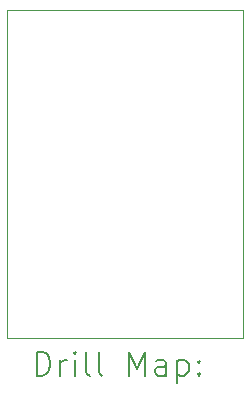
<source format=gbr>
%TF.GenerationSoftware,KiCad,Pcbnew,7.0.9*%
%TF.CreationDate,2023-12-12T21:56:47+01:00*%
%TF.ProjectId,Leveller,4c657665-6c6c-4657-922e-6b696361645f,rev?*%
%TF.SameCoordinates,Original*%
%TF.FileFunction,Drillmap*%
%TF.FilePolarity,Positive*%
%FSLAX45Y45*%
G04 Gerber Fmt 4.5, Leading zero omitted, Abs format (unit mm)*
G04 Created by KiCad (PCBNEW 7.0.9) date 2023-12-12 21:56:47*
%MOMM*%
%LPD*%
G01*
G04 APERTURE LIST*
%ADD10C,0.100000*%
%ADD11C,0.200000*%
G04 APERTURE END LIST*
D10*
X3255000Y-2767500D02*
X5255000Y-2767500D01*
X5255000Y-5545000D01*
X3255000Y-5545000D01*
X3255000Y-2767500D01*
D11*
X3510777Y-5861484D02*
X3510777Y-5661484D01*
X3510777Y-5661484D02*
X3558396Y-5661484D01*
X3558396Y-5661484D02*
X3586967Y-5671008D01*
X3586967Y-5671008D02*
X3606015Y-5690055D01*
X3606015Y-5690055D02*
X3615539Y-5709103D01*
X3615539Y-5709103D02*
X3625062Y-5747198D01*
X3625062Y-5747198D02*
X3625062Y-5775769D01*
X3625062Y-5775769D02*
X3615539Y-5813865D01*
X3615539Y-5813865D02*
X3606015Y-5832912D01*
X3606015Y-5832912D02*
X3586967Y-5851960D01*
X3586967Y-5851960D02*
X3558396Y-5861484D01*
X3558396Y-5861484D02*
X3510777Y-5861484D01*
X3710777Y-5861484D02*
X3710777Y-5728150D01*
X3710777Y-5766246D02*
X3720301Y-5747198D01*
X3720301Y-5747198D02*
X3729824Y-5737674D01*
X3729824Y-5737674D02*
X3748872Y-5728150D01*
X3748872Y-5728150D02*
X3767920Y-5728150D01*
X3834586Y-5861484D02*
X3834586Y-5728150D01*
X3834586Y-5661484D02*
X3825062Y-5671008D01*
X3825062Y-5671008D02*
X3834586Y-5680531D01*
X3834586Y-5680531D02*
X3844110Y-5671008D01*
X3844110Y-5671008D02*
X3834586Y-5661484D01*
X3834586Y-5661484D02*
X3834586Y-5680531D01*
X3958396Y-5861484D02*
X3939348Y-5851960D01*
X3939348Y-5851960D02*
X3929824Y-5832912D01*
X3929824Y-5832912D02*
X3929824Y-5661484D01*
X4063158Y-5861484D02*
X4044110Y-5851960D01*
X4044110Y-5851960D02*
X4034586Y-5832912D01*
X4034586Y-5832912D02*
X4034586Y-5661484D01*
X4291729Y-5861484D02*
X4291729Y-5661484D01*
X4291729Y-5661484D02*
X4358396Y-5804341D01*
X4358396Y-5804341D02*
X4425063Y-5661484D01*
X4425063Y-5661484D02*
X4425063Y-5861484D01*
X4606015Y-5861484D02*
X4606015Y-5756722D01*
X4606015Y-5756722D02*
X4596491Y-5737674D01*
X4596491Y-5737674D02*
X4577444Y-5728150D01*
X4577444Y-5728150D02*
X4539348Y-5728150D01*
X4539348Y-5728150D02*
X4520301Y-5737674D01*
X4606015Y-5851960D02*
X4586967Y-5861484D01*
X4586967Y-5861484D02*
X4539348Y-5861484D01*
X4539348Y-5861484D02*
X4520301Y-5851960D01*
X4520301Y-5851960D02*
X4510777Y-5832912D01*
X4510777Y-5832912D02*
X4510777Y-5813865D01*
X4510777Y-5813865D02*
X4520301Y-5794817D01*
X4520301Y-5794817D02*
X4539348Y-5785293D01*
X4539348Y-5785293D02*
X4586967Y-5785293D01*
X4586967Y-5785293D02*
X4606015Y-5775769D01*
X4701253Y-5728150D02*
X4701253Y-5928150D01*
X4701253Y-5737674D02*
X4720301Y-5728150D01*
X4720301Y-5728150D02*
X4758396Y-5728150D01*
X4758396Y-5728150D02*
X4777444Y-5737674D01*
X4777444Y-5737674D02*
X4786967Y-5747198D01*
X4786967Y-5747198D02*
X4796491Y-5766246D01*
X4796491Y-5766246D02*
X4796491Y-5823388D01*
X4796491Y-5823388D02*
X4786967Y-5842436D01*
X4786967Y-5842436D02*
X4777444Y-5851960D01*
X4777444Y-5851960D02*
X4758396Y-5861484D01*
X4758396Y-5861484D02*
X4720301Y-5861484D01*
X4720301Y-5861484D02*
X4701253Y-5851960D01*
X4882205Y-5842436D02*
X4891729Y-5851960D01*
X4891729Y-5851960D02*
X4882205Y-5861484D01*
X4882205Y-5861484D02*
X4872682Y-5851960D01*
X4872682Y-5851960D02*
X4882205Y-5842436D01*
X4882205Y-5842436D02*
X4882205Y-5861484D01*
X4882205Y-5737674D02*
X4891729Y-5747198D01*
X4891729Y-5747198D02*
X4882205Y-5756722D01*
X4882205Y-5756722D02*
X4872682Y-5747198D01*
X4872682Y-5747198D02*
X4882205Y-5737674D01*
X4882205Y-5737674D02*
X4882205Y-5756722D01*
M02*

</source>
